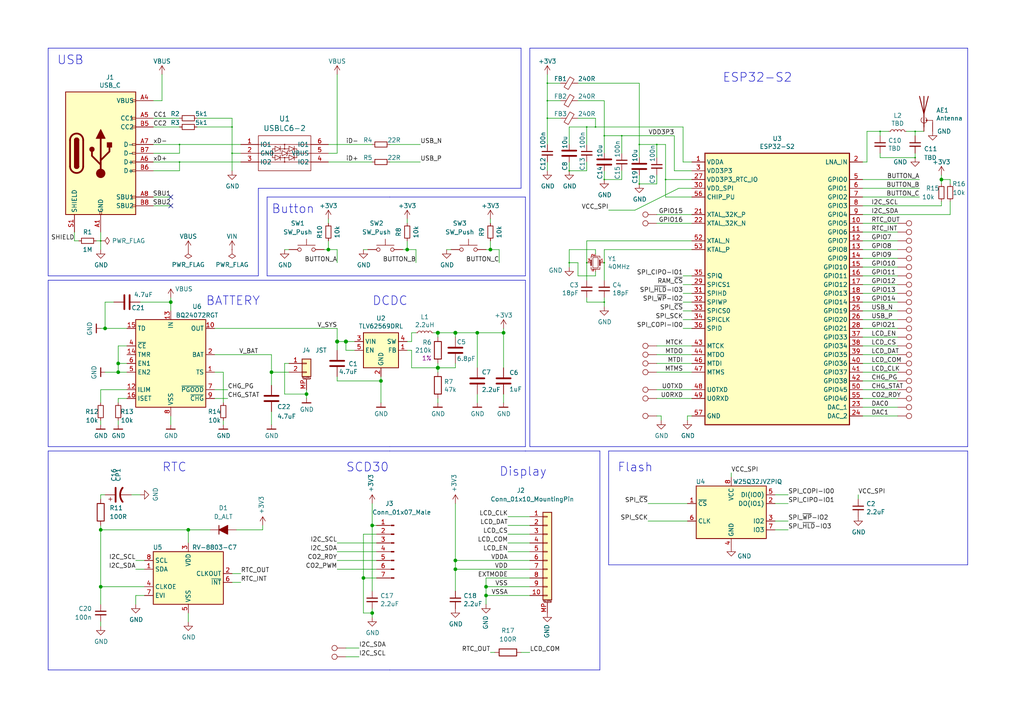
<source format=kicad_sch>
(kicad_sch (version 20201015) (generator eeschema)
  (paper "A4")
  (title_block (title "ESP32s2 CO2 Monitor") (date "2020-12-26") (rev "r1.0") (company "GsD - @gregdavill"))
  (bus_alias "GPDI" (members "CK_N" "CK_P" "D0_N" "D0_P" "D1_N" "D1_P" "D2_N" "D2_P"))
  (junction (at 29.21 69.85) (diameter 0.3048))
  (junction (at 29.21 153.67) (diameter 0.9144))
  (junction (at 29.21 170.18) (diameter 0.9144))
  (junction (at 30.48 95.25) (diameter 0.9144))
  (junction (at 34.29 105.41) (diameter 0.9144))
  (junction (at 34.29 107.95) (diameter 0.9144))
  (junction (at 49.53 87.63) (diameter 0.9144))
  (junction (at 52.07 41.91) (diameter 0.3048))
  (junction (at 52.07 46.99) (diameter 0.3048))
  (junction (at 54.61 153.67) (diameter 0.9144))
  (junction (at 67.31 36.83) (diameter 0.3048))
  (junction (at 67.31 44.45) (diameter 0.3048))
  (junction (at 78.74 107.95) (diameter 0.9144))
  (junction (at 88.9 114.3) (diameter 0.9144))
  (junction (at 95.25 72.39) (diameter 0.9144))
  (junction (at 97.79 99.06) (diameter 1.016))
  (junction (at 100.33 99.06) (diameter 1.016))
  (junction (at 105.41 167.64) (diameter 0.9144))
  (junction (at 107.95 152.4) (diameter 0.9144))
  (junction (at 107.95 177.8) (diameter 0.9144))
  (junction (at 110.49 110.49) (diameter 0.9144))
  (junction (at 118.11 72.39) (diameter 0.9144))
  (junction (at 127 96.52) (diameter 1))
  (junction (at 127 106.68) (diameter 1.016))
  (junction (at 132.08 96.52) (diameter 1))
  (junction (at 132.08 162.56) (diameter 0.9144))
  (junction (at 132.08 165.1) (diameter 0.9144))
  (junction (at 138.43 96.52) (diameter 0.9144))
  (junction (at 140.97 170.18) (diameter 0.9144))
  (junction (at 140.97 172.72) (diameter 0.9144))
  (junction (at 142.24 72.39) (diameter 0.9144))
  (junction (at 146.05 96.52) (diameter 0.9144))
  (junction (at 158.75 24.13) (diameter 0.3048))
  (junction (at 158.75 29.21) (diameter 0.3048))
  (junction (at 158.75 34.29) (diameter 0.3048))
  (junction (at 165.1 49.53) (diameter 0.3048))
  (junction (at 165.1 76.2) (diameter 0.3048))
  (junction (at 170.18 36.83) (diameter 0.3048))
  (junction (at 170.18 76.2) (diameter 0.3048))
  (junction (at 172.72 36.83) (diameter 0.3048))
  (junction (at 175.26 39.37) (diameter 0.3048))
  (junction (at 175.26 52.07) (diameter 0.3048))
  (junction (at 175.26 76.2) (diameter 0.3048))
  (junction (at 175.26 87.63) (diameter 0.3048))
  (junction (at 180.34 39.37) (diameter 0.3048))
  (junction (at 185.42 41.91) (diameter 0.3048))
  (junction (at 185.42 53.34) (diameter 0.3048))
  (junction (at 190.5 41.91) (diameter 0.3048))
  (junction (at 193.04 52.07) (diameter 0.3048))
  (junction (at 255.27 38.1) (diameter 0.3048))
  (junction (at 265.43 38.1) (diameter 0.3048))
  (junction (at 265.43 45.72) (diameter 0.3048))
  (junction (at 273.05 52.07) (diameter 0.9144))
  (no_connect (at 49.53 57.15))
  (no_connect (at 49.53 59.69))
  (wire (pts (xy 21.59 67.31) (xy 21.59 69.85)))
  (wire (pts (xy 21.59 69.85) (xy 22.86 69.85)))
  (wire (pts (xy 27.94 69.85) (xy 29.21 69.85)))
  (wire (pts (xy 29.21 69.85) (xy 29.21 67.31)))
  (wire (pts (xy 29.21 69.85) (xy 29.21 72.39)))
  (wire (pts (xy 29.21 95.25) (xy 30.48 95.25)))
  (wire (pts (xy 29.21 113.03) (xy 29.21 116.84)))
  (wire (pts (xy 29.21 121.92) (xy 29.21 123.19)))
  (wire (pts (xy 29.21 143.51) (xy 30.48 143.51)))
  (wire (pts (xy 29.21 144.78) (xy 29.21 143.51)))
  (wire (pts (xy 29.21 152.4) (xy 29.21 153.67)))
  (wire (pts (xy 29.21 153.67) (xy 29.21 170.18)))
  (wire (pts (xy 29.21 175.26) (xy 29.21 170.18)))
  (wire (pts (xy 29.21 180.34) (xy 29.21 181.61)))
  (wire (pts (xy 30.48 87.63) (xy 30.48 95.25)))
  (wire (pts (xy 30.48 95.25) (xy 36.83 95.25)))
  (wire (pts (xy 30.48 107.95) (xy 34.29 107.95)))
  (wire (pts (xy 33.02 87.63) (xy 30.48 87.63)))
  (wire (pts (xy 34.29 100.33) (xy 34.29 105.41)))
  (wire (pts (xy 34.29 105.41) (xy 34.29 107.95)))
  (wire (pts (xy 34.29 107.95) (xy 36.83 107.95)))
  (wire (pts (xy 34.29 115.57) (xy 34.29 116.84)))
  (wire (pts (xy 34.29 121.92) (xy 34.29 123.19)))
  (wire (pts (xy 36.83 100.33) (xy 34.29 100.33)))
  (wire (pts (xy 36.83 105.41) (xy 34.29 105.41)))
  (wire (pts (xy 36.83 113.03) (xy 29.21 113.03)))
  (wire (pts (xy 36.83 115.57) (xy 34.29 115.57)))
  (wire (pts (xy 38.1 143.51) (xy 40.64 143.51)))
  (wire (pts (xy 39.37 162.56) (xy 41.91 162.56)))
  (wire (pts (xy 39.37 165.1) (xy 41.91 165.1)))
  (wire (pts (xy 39.37 172.72) (xy 39.37 175.26)))
  (wire (pts (xy 40.64 87.63) (xy 49.53 87.63)))
  (wire (pts (xy 41.91 170.18) (xy 29.21 170.18)))
  (wire (pts (xy 41.91 172.72) (xy 39.37 172.72)))
  (wire (pts (xy 44.45 29.21) (xy 46.99 29.21)))
  (wire (pts (xy 44.45 34.29) (xy 52.07 34.29)))
  (wire (pts (xy 44.45 36.83) (xy 52.07 36.83)))
  (wire (pts (xy 44.45 41.91) (xy 52.07 41.91)))
  (wire (pts (xy 44.45 44.45) (xy 52.07 44.45)))
  (wire (pts (xy 44.45 46.99) (xy 52.07 46.99)))
  (wire (pts (xy 44.45 49.53) (xy 52.07 49.53)))
  (wire (pts (xy 44.45 57.15) (xy 49.53 57.15)))
  (wire (pts (xy 44.45 59.69) (xy 49.53 59.69)))
  (wire (pts (xy 46.99 29.21) (xy 46.99 21.59)))
  (wire (pts (xy 49.53 86.36) (xy 49.53 87.63)))
  (wire (pts (xy 49.53 87.63) (xy 49.53 90.17)))
  (wire (pts (xy 49.53 120.65) (xy 49.53 123.19)))
  (wire (pts (xy 52.07 41.91) (xy 69.85 41.91)))
  (wire (pts (xy 52.07 44.45) (xy 52.07 41.91)))
  (wire (pts (xy 52.07 46.99) (xy 69.85 46.99)))
  (wire (pts (xy 52.07 49.53) (xy 52.07 46.99)))
  (wire (pts (xy 54.61 153.67) (xy 29.21 153.67)))
  (wire (pts (xy 54.61 153.67) (xy 54.61 157.48)))
  (wire (pts (xy 54.61 177.8) (xy 54.61 180.34)))
  (wire (pts (xy 57.15 34.29) (xy 67.31 34.29)))
  (wire (pts (xy 57.15 36.83) (xy 67.31 36.83)))
  (wire (pts (xy 60.96 153.67) (xy 54.61 153.67)))
  (wire (pts (xy 62.23 95.25) (xy 97.79 95.25)))
  (wire (pts (xy 62.23 102.87) (xy 78.74 102.87)))
  (wire (pts (xy 62.23 113.03) (xy 66.04 113.03)))
  (wire (pts (xy 62.23 115.57) (xy 66.04 115.57)))
  (wire (pts (xy 64.77 107.95) (xy 62.23 107.95)))
  (wire (pts (xy 64.77 116.84) (xy 64.77 107.95)))
  (wire (pts (xy 64.77 121.92) (xy 64.77 123.19)))
  (wire (pts (xy 67.31 34.29) (xy 67.31 36.83)))
  (wire (pts (xy 67.31 36.83) (xy 67.31 44.45)))
  (wire (pts (xy 67.31 44.45) (xy 67.31 49.53)))
  (wire (pts (xy 67.31 166.37) (xy 69.85 166.37)))
  (wire (pts (xy 67.31 168.91) (xy 69.85 168.91)))
  (wire (pts (xy 68.58 153.67) (xy 76.2 153.67)))
  (wire (pts (xy 69.85 44.45) (xy 67.31 44.45)))
  (wire (pts (xy 76.2 153.67) (xy 76.2 152.4)))
  (wire (pts (xy 78.74 107.95) (xy 78.74 102.87)))
  (wire (pts (xy 78.74 107.95) (xy 78.74 111.76)))
  (wire (pts (xy 78.74 119.38) (xy 78.74 123.19)))
  (wire (pts (xy 82.55 105.41) (xy 82.55 114.3)))
  (wire (pts (xy 82.55 114.3) (xy 88.9 114.3)))
  (wire (pts (xy 83.82 72.39) (xy 82.55 72.39)))
  (wire (pts (xy 83.82 105.41) (xy 82.55 105.41)))
  (wire (pts (xy 83.82 107.95) (xy 78.74 107.95)))
  (wire (pts (xy 88.9 114.3) (xy 88.9 113.03)))
  (wire (pts (xy 88.9 115.57) (xy 88.9 114.3)))
  (wire (pts (xy 93.98 72.39) (xy 95.25 72.39)))
  (wire (pts (xy 95.25 41.91) (xy 107.95 41.91)))
  (wire (pts (xy 95.25 44.45) (xy 97.79 44.45)))
  (wire (pts (xy 95.25 46.99) (xy 107.95 46.99)))
  (wire (pts (xy 95.25 63.5) (xy 95.25 64.77)))
  (wire (pts (xy 95.25 72.39) (xy 95.25 69.85)))
  (wire (pts (xy 95.25 72.39) (xy 97.79 72.39)))
  (wire (pts (xy 97.79 44.45) (xy 97.79 21.59)))
  (wire (pts (xy 97.79 72.39) (xy 97.79 76.2)))
  (wire (pts (xy 97.79 95.25) (xy 97.79 99.06)))
  (wire (pts (xy 97.79 99.06) (xy 97.79 101.6)))
  (wire (pts (xy 97.79 99.06) (xy 100.33 99.06)))
  (wire (pts (xy 97.79 109.22) (xy 97.79 110.49)))
  (wire (pts (xy 97.79 110.49) (xy 110.49 110.49)))
  (wire (pts (xy 97.79 157.48) (xy 109.22 157.48)))
  (wire (pts (xy 97.79 160.02) (xy 109.22 160.02)))
  (wire (pts (xy 97.79 162.56) (xy 109.22 162.56)))
  (wire (pts (xy 97.79 165.1) (xy 109.22 165.1)))
  (wire (pts (xy 100.33 99.06) (xy 102.87 99.06)))
  (wire (pts (xy 100.33 101.6) (xy 100.33 99.06)))
  (wire (pts (xy 100.33 187.96) (xy 104.14 187.96)))
  (wire (pts (xy 100.33 190.5) (xy 104.14 190.5)))
  (wire (pts (xy 102.87 101.6) (xy 100.33 101.6)))
  (wire (pts (xy 105.41 154.94) (xy 105.41 167.64)))
  (wire (pts (xy 105.41 154.94) (xy 109.22 154.94)))
  (wire (pts (xy 105.41 167.64) (xy 105.41 177.8)))
  (wire (pts (xy 105.41 167.64) (xy 109.22 167.64)))
  (wire (pts (xy 105.41 177.8) (xy 107.95 177.8)))
  (wire (pts (xy 106.68 72.39) (xy 105.41 72.39)))
  (wire (pts (xy 107.95 146.05) (xy 107.95 152.4)))
  (wire (pts (xy 107.95 152.4) (xy 107.95 171.45)))
  (wire (pts (xy 107.95 152.4) (xy 109.22 152.4)))
  (wire (pts (xy 107.95 177.8) (xy 107.95 176.53)))
  (wire (pts (xy 107.95 179.07) (xy 107.95 177.8)))
  (wire (pts (xy 110.49 109.22) (xy 110.49 110.49)))
  (wire (pts (xy 110.49 110.49) (xy 110.49 116.84)))
  (wire (pts (xy 113.03 41.91) (xy 121.92 41.91)))
  (wire (pts (xy 113.03 46.99) (xy 121.92 46.99)))
  (wire (pts (xy 116.84 72.39) (xy 118.11 72.39)))
  (wire (pts (xy 118.11 63.5) (xy 118.11 64.77)))
  (wire (pts (xy 118.11 72.39) (xy 118.11 69.85)))
  (wire (pts (xy 118.11 72.39) (xy 120.65 72.39)))
  (wire (pts (xy 119.38 96.52) (xy 119.38 99.06)))
  (wire (pts (xy 119.38 96.52) (xy 120.65 96.52)))
  (wire (pts (xy 119.38 99.06) (xy 118.11 99.06)))
  (wire (pts (xy 119.38 101.6) (xy 118.11 101.6)))
  (wire (pts (xy 119.38 106.68) (xy 119.38 101.6)))
  (wire (pts (xy 120.65 72.39) (xy 120.65 76.2)))
  (wire (pts (xy 125.73 96.52) (xy 127 96.52)))
  (wire (pts (xy 127 96.52) (xy 127 97.79)))
  (wire (pts (xy 127 96.52) (xy 132.08 96.52)))
  (wire (pts (xy 127 105.41) (xy 127 106.68)))
  (wire (pts (xy 127 106.68) (xy 119.38 106.68)))
  (wire (pts (xy 127 106.68) (xy 127 107.95)))
  (wire (pts (xy 127 115.57) (xy 127 116.84)))
  (wire (pts (xy 130.81 72.39) (xy 129.54 72.39)))
  (wire (pts (xy 132.08 96.52) (xy 132.08 97.79)))
  (wire (pts (xy 132.08 96.52) (xy 138.43 96.52)))
  (wire (pts (xy 132.08 105.41) (xy 132.08 106.68)))
  (wire (pts (xy 132.08 106.68) (xy 127 106.68)))
  (wire (pts (xy 132.08 146.05) (xy 132.08 162.56)))
  (wire (pts (xy 132.08 162.56) (xy 153.67 162.56)))
  (wire (pts (xy 132.08 165.1) (xy 132.08 162.56)))
  (wire (pts (xy 132.08 165.1) (xy 132.08 171.45)))
  (wire (pts (xy 132.08 165.1) (xy 153.67 165.1)))
  (wire (pts (xy 138.43 96.52) (xy 138.43 106.68)))
  (wire (pts (xy 138.43 96.52) (xy 146.05 96.52)))
  (wire (pts (xy 138.43 114.3) (xy 138.43 116.84)))
  (wire (pts (xy 140.97 72.39) (xy 142.24 72.39)))
  (wire (pts (xy 140.97 167.64) (xy 140.97 170.18)))
  (wire (pts (xy 140.97 170.18) (xy 140.97 172.72)))
  (wire (pts (xy 140.97 170.18) (xy 153.67 170.18)))
  (wire (pts (xy 140.97 172.72) (xy 140.97 175.26)))
  (wire (pts (xy 140.97 172.72) (xy 153.67 172.72)))
  (wire (pts (xy 142.24 63.5) (xy 142.24 64.77)))
  (wire (pts (xy 142.24 72.39) (xy 142.24 69.85)))
  (wire (pts (xy 142.24 72.39) (xy 144.78 72.39)))
  (wire (pts (xy 142.24 189.23) (xy 143.51 189.23)))
  (wire (pts (xy 144.78 72.39) (xy 144.78 76.2)))
  (wire (pts (xy 146.05 95.25) (xy 146.05 96.52)))
  (wire (pts (xy 146.05 96.52) (xy 146.05 106.68)))
  (wire (pts (xy 146.05 114.3) (xy 146.05 116.84)))
  (wire (pts (xy 147.32 149.86) (xy 153.67 149.86)))
  (wire (pts (xy 147.32 152.4) (xy 153.67 152.4)))
  (wire (pts (xy 147.32 154.94) (xy 153.67 154.94)))
  (wire (pts (xy 147.32 157.48) (xy 153.67 157.48)))
  (wire (pts (xy 147.32 160.02) (xy 153.67 160.02)))
  (wire (pts (xy 151.13 189.23) (xy 153.67 189.23)))
  (wire (pts (xy 153.67 167.64) (xy 140.97 167.64)))
  (wire (pts (xy 158.75 21.59) (xy 158.75 24.13)))
  (wire (pts (xy 158.75 24.13) (xy 158.75 29.21)))
  (wire (pts (xy 158.75 24.13) (xy 162.56 24.13)))
  (wire (pts (xy 158.75 29.21) (xy 158.75 34.29)))
  (wire (pts (xy 158.75 29.21) (xy 162.56 29.21)))
  (wire (pts (xy 158.75 34.29) (xy 158.75 41.91)))
  (wire (pts (xy 158.75 34.29) (xy 162.56 34.29)))
  (wire (pts (xy 158.75 49.53) (xy 158.75 46.99)))
  (wire (pts (xy 165.1 36.83) (xy 170.18 36.83)))
  (wire (pts (xy 165.1 41.91) (xy 165.1 36.83)))
  (wire (pts (xy 165.1 46.99) (xy 165.1 49.53)))
  (wire (pts (xy 165.1 49.53) (xy 170.18 49.53)))
  (wire (pts (xy 165.1 72.39) (xy 172.72 72.39)))
  (wire (pts (xy 165.1 76.2) (xy 165.1 72.39)))
  (wire (pts (xy 165.1 77.47) (xy 165.1 76.2)))
  (wire (pts (xy 167.64 24.13) (xy 185.42 24.13)))
  (wire (pts (xy 167.64 29.21) (xy 175.26 29.21)))
  (wire (pts (xy 167.64 34.29) (xy 172.72 34.29)))
  (wire (pts (xy 167.64 76.2) (xy 165.1 76.2)))
  (wire (pts (xy 167.64 80.01) (xy 167.64 76.2)))
  (wire (pts (xy 170.18 36.83) (xy 170.18 41.91)))
  (wire (pts (xy 170.18 36.83) (xy 172.72 36.83)))
  (wire (pts (xy 170.18 46.99) (xy 170.18 49.53)))
  (wire (pts (xy 170.18 69.85) (xy 200.66 69.85)))
  (wire (pts (xy 170.18 76.2) (xy 170.18 69.85)))
  (wire (pts (xy 170.18 81.28) (xy 170.18 76.2)))
  (wire (pts (xy 170.18 86.36) (xy 170.18 87.63)))
  (wire (pts (xy 170.18 87.63) (xy 175.26 87.63)))
  (wire (pts (xy 172.72 34.29) (xy 172.72 36.83)))
  (wire (pts (xy 172.72 72.39) (xy 172.72 73.66)))
  (wire (pts (xy 172.72 78.74) (xy 172.72 80.01)))
  (wire (pts (xy 172.72 80.01) (xy 167.64 80.01)))
  (wire (pts (xy 175.26 29.21) (xy 175.26 39.37)))
  (wire (pts (xy 175.26 39.37) (xy 180.34 39.37)))
  (wire (pts (xy 175.26 44.45) (xy 175.26 39.37)))
  (wire (pts (xy 175.26 49.53) (xy 175.26 52.07)))
  (wire (pts (xy 175.26 52.07) (xy 180.34 52.07)))
  (wire (pts (xy 175.26 72.39) (xy 175.26 76.2)))
  (wire (pts (xy 175.26 72.39) (xy 200.66 72.39)))
  (wire (pts (xy 175.26 81.28) (xy 175.26 76.2)))
  (wire (pts (xy 175.26 87.63) (xy 175.26 86.36)))
  (wire (pts (xy 175.26 87.63) (xy 175.26 88.9)))
  (wire (pts (xy 176.53 60.96) (xy 184.15 60.96)))
  (wire (pts (xy 180.34 39.37) (xy 180.34 44.45)))
  (wire (pts (xy 180.34 49.53) (xy 180.34 52.07)))
  (wire (pts (xy 184.15 60.96) (xy 196.85 54.61)))
  (wire (pts (xy 185.42 24.13) (xy 185.42 41.91)))
  (wire (pts (xy 185.42 41.91) (xy 190.5 41.91)))
  (wire (pts (xy 185.42 45.72) (xy 185.42 41.91)))
  (wire (pts (xy 185.42 50.8) (xy 185.42 53.34)))
  (wire (pts (xy 185.42 53.34) (xy 190.5 53.34)))
  (wire (pts (xy 187.96 146.05) (xy 199.39 146.05)))
  (wire (pts (xy 187.96 151.13) (xy 199.39 151.13)))
  (wire (pts (xy 190.5 41.91) (xy 190.5 45.72)))
  (wire (pts (xy 190.5 50.8) (xy 190.5 53.34)))
  (wire (pts (xy 190.5 100.33) (xy 200.66 100.33)))
  (wire (pts (xy 190.5 102.87) (xy 200.66 102.87)))
  (wire (pts (xy 190.5 105.41) (xy 200.66 105.41)))
  (wire (pts (xy 190.5 107.95) (xy 200.66 107.95)))
  (wire (pts (xy 190.5 113.03) (xy 200.66 113.03)))
  (wire (pts (xy 190.5 115.57) (xy 200.66 115.57)))
  (wire (pts (xy 190.5 120.65) (xy 191.77 120.65)))
  (wire (pts (xy 191.77 120.65) (xy 191.77 121.92)))
  (wire (pts (xy 193.04 41.91) (xy 190.5 41.91)))
  (wire (pts (xy 193.04 52.07) (xy 193.04 41.91)))
  (wire (pts (xy 193.04 57.15) (xy 193.04 52.07)))
  (wire (pts (xy 193.04 57.15) (xy 200.66 57.15)))
  (wire (pts (xy 195.58 39.37) (xy 180.34 39.37)))
  (wire (pts (xy 195.58 49.53) (xy 195.58 39.37)))
  (wire (pts (xy 195.58 49.53) (xy 200.66 49.53)))
  (wire (pts (xy 196.85 54.61) (xy 200.66 54.61)))
  (wire (pts (xy 198.12 36.83) (xy 172.72 36.83)))
  (wire (pts (xy 198.12 46.99) (xy 198.12 36.83)))
  (wire (pts (xy 199.39 120.65) (xy 200.66 120.65)))
  (wire (pts (xy 199.39 121.92) (xy 199.39 120.65)))
  (wire (pts (xy 200.66 46.99) (xy 198.12 46.99)))
  (wire (pts (xy 200.66 52.07) (xy 193.04 52.07)))
  (wire (pts (xy 200.66 62.23) (xy 190.5 62.23)))
  (wire (pts (xy 200.66 64.77) (xy 190.5 64.77)))
  (wire (pts (xy 200.66 80.01) (xy 198.12 80.01)))
  (wire (pts (xy 200.66 82.55) (xy 198.12 82.55)))
  (wire (pts (xy 200.66 85.09) (xy 198.12 85.09)))
  (wire (pts (xy 200.66 87.63) (xy 198.12 87.63)))
  (wire (pts (xy 200.66 90.17) (xy 198.12 90.17)))
  (wire (pts (xy 200.66 92.71) (xy 198.12 92.71)))
  (wire (pts (xy 200.66 95.25) (xy 198.12 95.25)))
  (wire (pts (xy 212.09 137.16) (xy 212.09 138.43)))
  (wire (pts (xy 224.79 143.51) (xy 228.6 143.51)))
  (wire (pts (xy 224.79 146.05) (xy 228.6 146.05)))
  (wire (pts (xy 224.79 151.13) (xy 228.6 151.13)))
  (wire (pts (xy 224.79 153.67) (xy 228.6 153.67)))
  (wire (pts (xy 248.92 143.51) (xy 248.92 144.78)))
  (wire (pts (xy 250.19 46.99) (xy 251.46 46.99)))
  (wire (pts (xy 250.19 52.07) (xy 266.7 52.07)))
  (wire (pts (xy 250.19 54.61) (xy 266.7 54.61)))
  (wire (pts (xy 250.19 57.15) (xy 266.7 57.15)))
  (wire (pts (xy 250.19 59.69) (xy 273.05 59.69)))
  (wire (pts (xy 250.19 62.23) (xy 275.59 62.23)))
  (wire (pts (xy 250.19 64.77) (xy 260.35 64.77)))
  (wire (pts (xy 250.19 67.31) (xy 260.35 67.31)))
  (wire (pts (xy 250.19 69.85) (xy 260.35 69.85)))
  (wire (pts (xy 250.19 72.39) (xy 260.35 72.39)))
  (wire (pts (xy 250.19 74.93) (xy 260.35 74.93)))
  (wire (pts (xy 250.19 77.47) (xy 260.35 77.47)))
  (wire (pts (xy 250.19 80.01) (xy 260.35 80.01)))
  (wire (pts (xy 250.19 82.55) (xy 260.35 82.55)))
  (wire (pts (xy 250.19 85.09) (xy 260.35 85.09)))
  (wire (pts (xy 250.19 87.63) (xy 260.35 87.63)))
  (wire (pts (xy 250.19 90.17) (xy 260.35 90.17)))
  (wire (pts (xy 250.19 92.71) (xy 260.35 92.71)))
  (wire (pts (xy 250.19 95.25) (xy 260.35 95.25)))
  (wire (pts (xy 250.19 97.79) (xy 260.35 97.79)))
  (wire (pts (xy 250.19 100.33) (xy 260.35 100.33)))
  (wire (pts (xy 250.19 102.87) (xy 260.35 102.87)))
  (wire (pts (xy 250.19 105.41) (xy 260.35 105.41)))
  (wire (pts (xy 250.19 107.95) (xy 260.35 107.95)))
  (wire (pts (xy 250.19 110.49) (xy 260.35 110.49)))
  (wire (pts (xy 250.19 113.03) (xy 260.35 113.03)))
  (wire (pts (xy 250.19 115.57) (xy 260.35 115.57)))
  (wire (pts (xy 250.19 118.11) (xy 260.35 118.11)))
  (wire (pts (xy 250.19 120.65) (xy 260.35 120.65)))
  (wire (pts (xy 251.46 38.1) (xy 255.27 38.1)))
  (wire (pts (xy 251.46 46.99) (xy 251.46 38.1)))
  (wire (pts (xy 255.27 38.1) (xy 257.81 38.1)))
  (wire (pts (xy 255.27 39.37) (xy 255.27 38.1)))
  (wire (pts (xy 255.27 44.45) (xy 255.27 45.72)))
  (wire (pts (xy 255.27 45.72) (xy 265.43 45.72)))
  (wire (pts (xy 262.89 38.1) (xy 265.43 38.1)))
  (wire (pts (xy 265.43 38.1) (xy 265.43 39.37)))
  (wire (pts (xy 265.43 38.1) (xy 267.97 38.1)))
  (wire (pts (xy 265.43 44.45) (xy 265.43 45.72)))
  (wire (pts (xy 273.05 50.8) (xy 273.05 52.07)))
  (wire (pts (xy 273.05 52.07) (xy 273.05 53.34)))
  (wire (pts (xy 273.05 52.07) (xy 275.59 52.07)))
  (wire (pts (xy 273.05 59.69) (xy 273.05 58.42)))
  (wire (pts (xy 275.59 52.07) (xy 275.59 53.34)))
  (wire (pts (xy 275.59 58.42) (xy 275.59 62.23)))
  (polyline (pts (xy 13.97 13.97) (xy 151.13 13.97)) (stroke (width 0) (type solid)))
  (polyline (pts (xy 13.97 80.01) (xy 13.97 13.97)) (stroke (width 0) (type solid)))
  (polyline (pts (xy 13.97 81.28) (xy 13.97 129.54)) (stroke (width 0) (type solid)))
  (polyline (pts (xy 13.97 81.28) (xy 152.4 81.28)) (stroke (width 0) (type solid)))
  (polyline (pts (xy 13.97 130.81) (xy 113.03 130.81)) (stroke (width 0.152) (type solid)))
  (polyline (pts (xy 13.97 194.31) (xy 13.97 130.81)) (stroke (width 0) (type solid)))
  (polyline (pts (xy 74.93 54.61) (xy 74.93 80.01)) (stroke (width 0) (type solid)))
  (polyline (pts (xy 74.93 80.01) (xy 13.97 80.01)) (stroke (width 0) (type solid)))
  (polyline (pts (xy 77.47 80.01) (xy 77.47 57.15)) (stroke (width 0) (type solid)))
  (polyline (pts (xy 77.47 80.01) (xy 152.4 80.01)) (stroke (width 0) (type solid)))
  (polyline (pts (xy 113.03 57.15) (xy 77.47 57.15)) (stroke (width 0) (type solid)))
  (polyline (pts (xy 113.03 129.54) (xy 13.97 129.54)) (stroke (width 0) (type solid)))
  (polyline (pts (xy 113.03 194.31) (xy 13.97 194.31)) (stroke (width 0) (type solid)))
  (polyline (pts (xy 113.03 194.31) (xy 173.99 194.31)) (stroke (width 0) (type solid)))
  (polyline (pts (xy 151.13 13.97) (xy 151.13 54.61)) (stroke (width 0) (type solid)))
  (polyline (pts (xy 151.13 54.61) (xy 74.93 54.61)) (stroke (width 0) (type solid)))
  (polyline (pts (xy 152.4 57.15) (xy 113.03 57.15)) (stroke (width 0) (type solid)))
  (polyline (pts (xy 152.4 80.01) (xy 152.4 57.15)) (stroke (width 0) (type solid)))
  (polyline (pts (xy 152.4 81.28) (xy 152.4 129.54)) (stroke (width 0) (type solid)))
  (polyline (pts (xy 152.4 129.54) (xy 113.03 129.54)) (stroke (width 0) (type solid)))
  (polyline (pts (xy 152.4 130.81) (xy 113.03 130.81)) (stroke (width 0) (type solid)))
  (polyline (pts (xy 152.4 130.81) (xy 152.4 130.81)) (stroke (width 0) (type solid)))
  (polyline (pts (xy 153.67 13.97) (xy 280.67 13.97)) (stroke (width 0) (type solid)))
  (polyline (pts (xy 153.67 129.54) (xy 153.67 13.97)) (stroke (width 0) (type solid)))
  (polyline (pts (xy 173.99 130.81) (xy 152.4 130.81)) (stroke (width 0) (type solid)))
  (polyline (pts (xy 173.99 194.31) (xy 173.99 130.81)) (stroke (width 0) (type solid)))
  (polyline (pts (xy 176.53 130.81) (xy 280.67 130.81)) (stroke (width 0) (type solid)))
  (polyline (pts (xy 176.53 163.83) (xy 176.53 130.81)) (stroke (width 0) (type solid)))
  (polyline (pts (xy 280.67 13.97) (xy 280.67 129.54)) (stroke (width 0) (type solid)))
  (polyline (pts (xy 280.67 129.54) (xy 153.67 129.54)) (stroke (width 0) (type solid)))
  (polyline (pts (xy 280.67 130.81) (xy 280.67 163.83)) (stroke (width 0) (type solid)))
  (polyline (pts (xy 280.67 163.83) (xy 176.53 163.83)) (stroke (width 0) (type solid)))
  (text "USB" (at 16.51 19.05 0) (effects (font (size 2.54 2.54)) (justify left bottom)))
  (text "RTC" (at 46.99 137.16 0) (effects (font (size 2.54 2.54)) (justify left bottom)))
  (text "BATTERY" (at 59.69 88.9 0) (effects (font (size 2.54 2.54)) (justify left bottom)))
  (text "Button" (at 78.74 62.23 0) (effects (font (size 2.54 2.54)) (justify left bottom)))
  (text "SCD30" (at 100.33 137.16 0) (effects (font (size 2.54 2.54)) (justify left bottom)))
  (text "DCDC" (at 107.95 88.9 0) (effects (font (size 2.54 2.54)) (justify left bottom)))
  (text "Display" (at 144.78 138.43 0) (effects (font (size 2.54 2.54)) (justify left bottom)))
  (text "Flash" (at 179.07 137.16 0) (effects (font (size 2.54 2.54)) (justify left bottom)))
  (text "ESP32-S2\n" (at 209.55 24.13 0) (effects (font (size 2.54 2.54)) (justify left bottom)))
  (label "SHIELD" (at 21.59 69.85 180))
  (label "I2C_SCL" (at 39.37 162.56 180))
  (label "I2C_SDA" (at 39.37 165.1 180))
  (label "CC1" (at 44.45 34.29 0))
  (label "CC2" (at 44.45 36.83 0))
  (label "xD-" (at 44.45 41.91 0))
  (label "xD+" (at 44.45 46.99 0))
  (label "SBU1" (at 49.53 57.15 180))
  (label "SBU2" (at 49.53 59.69 180))
  (label "CHG_PG" (at 66.04 113.03 0))
  (label "CHG_STAT" (at 66.04 115.57 0))
  (label "RTC_OUT" (at 69.85 166.37 0))
  (label "RTC_INT" (at 69.85 168.91 0))
  (label "V_BAT" (at 74.93 102.87 180))
  (label "BUTTON_A" (at 97.79 76.2 180))
  (label "V_SYS" (at 97.79 95.25 180))
  (label "I2C_SCL" (at 97.79 157.48 180))
  (label "I2C_SDA" (at 97.79 160.02 180))
  (label "CO2_RDY" (at 97.79 162.56 180))
  (label "CO2_PWM" (at 97.79 165.1 180))
  (label "iD-" (at 100.33 41.91 0))
  (label "iD+" (at 100.33 46.99 0))
  (label "I2C_SDA" (at 104.14 187.96 0))
  (label "I2C_SCL" (at 104.14 190.5 0))
  (label "BUTTON_B" (at 120.65 76.2 180))
  (label "USB_N" (at 121.92 41.91 0))
  (label "USB_P" (at 121.92 46.99 0))
  (label "RTC_OUT" (at 142.24 189.23 180))
  (label "BUTTON_C" (at 144.78 76.2 180))
  (label "LCD_CLK" (at 147.32 149.86 180))
  (label "LCD_DAT" (at 147.32 152.4 180))
  (label "LCD_CS" (at 147.32 154.94 180))
  (label "LCD_COM" (at 147.32 157.48 180))
  (label "LCD_EN" (at 147.32 160.02 180))
  (label "VDDA" (at 147.32 162.56 180))
  (label "VDD" (at 147.32 165.1 180))
  (label "EXTMODE" (at 147.32 167.64 180))
  (label "VSS" (at 147.32 170.18 180))
  (label "VSSA" (at 147.32 172.72 180))
  (label "LCD_COM" (at 153.67 189.23 0))
  (label "VCC_SPI" (at 176.53 60.96 180))
  (label "SPI_~CS" (at 187.96 146.05 180))
  (label "SPI_SCK" (at 187.96 151.13 180))
  (label "VDD3P3" (at 195.58 39.37 180))
  (label "GPIO15" (at 198.12 62.23 180))
  (label "GPIO16" (at 198.12 64.77 180))
  (label "SPI_CIPO-IO1" (at 198.12 80.01 180))
  (label "RAM_~CS" (at 198.12 82.55 180))
  (label "SPI_~HLD~-IO3" (at 198.12 85.09 180))
  (label "SPI_~WP~-IO2" (at 198.12 87.63 180))
  (label "SPI_~CS" (at 198.12 90.17 180))
  (label "SPI_SCK" (at 198.12 92.71 180))
  (label "SPI_COPI-IO0" (at 198.12 95.25 180))
  (label "MTCK" (at 198.12 100.33 180))
  (label "MTDO" (at 198.12 102.87 180))
  (label "MTDI" (at 198.12 105.41 180))
  (label "MTMS" (at 198.12 107.95 180))
  (label "U0TXD" (at 198.12 113.03 180))
  (label "U0RXD" (at 198.12 115.57 180))
  (label "VCC_SPI" (at 212.09 137.16 0))
  (label "SPI_COPI-IO0" (at 228.6 143.51 0))
  (label "SPI_CIPO-IO1" (at 228.6 146.05 0))
  (label "SPI_~WP~-IO2" (at 228.6 151.13 0))
  (label "SPI_~HLD~-IO3" (at 228.6 153.67 0))
  (label "VCC_SPI" (at 248.92 143.51 0))
  (label "I2C_SCL" (at 252.73 59.69 0))
  (label "I2C_SDA" (at 252.73 62.23 0))
  (label "RTC_OUT" (at 252.73 64.77 0))
  (label "RTC_INT" (at 252.73 67.31 0))
  (label "GPIO7" (at 252.73 69.85 0))
  (label "GPIO8" (at 252.73 72.39 0))
  (label "GPIO9" (at 252.73 74.93 0))
  (label "GPIO10" (at 252.73 77.47 0))
  (label "GPIO11" (at 252.73 80.01 0))
  (label "GPIO12" (at 252.73 82.55 0))
  (label "GPIO13" (at 252.73 85.09 0))
  (label "GPIO14" (at 252.73 87.63 0))
  (label "USB_N" (at 252.73 90.17 0))
  (label "USB_P" (at 252.73 92.71 0))
  (label "GPIO21" (at 252.73 95.25 0))
  (label "LCD_EN" (at 252.73 97.79 0))
  (label "LCD_CS" (at 252.73 100.33 0))
  (label "LCD_DAT" (at 252.73 102.87 0))
  (label "LCD_COM" (at 252.73 105.41 0))
  (label "LCD_CLK" (at 252.73 107.95 0))
  (label "CHG_PG" (at 252.73 110.49 0))
  (label "CHG_STAT" (at 252.73 113.03 0))
  (label "CO2_RDY" (at 252.73 115.57 0))
  (label "DAC0" (at 252.73 118.11 0))
  (label "DAC1" (at 252.73 120.65 0))
  (label "BUTTON_A" (at 266.7 52.07 180))
  (label "BUTTON_B" (at 266.7 54.61 180))
  (label "BUTTON_C" (at 266.7 57.15 180))
  (symbol (lib_id "Device:L_Small") (at 123.19 96.52 90) (unit 1)
    (property "Reference" "L1" (at 123.19 91.9288 90))
    (property "Value" "2.2uH" (at 123.19 94.2275 90))
    (property "Footprint" "Inductor_SMD:L_0805_2012Metric" (effects hide))
    (property "Mfg" "Sunltech Tech" (effects hide))
    (property "PN" "SLM20122R2MIT" (effects hide))
  )
  (symbol (lib_name "Device:L_Small_1") (lib_id "Device:L_Small") (at 260.35 38.1 90) (unit 1)
    (property "Reference" "L2" (at 260.35 33.5088 90))
    (property "Value" "TBD" (at 260.35 35.8075 90))
    (property "Footprint" "Inductor_SMD:L_0402_1005Metric" (effects hide))
  )
  (symbol (lib_id "power:PWR_FLAG") (at 29.21 69.85 270) (unit 1)
    (property "Reference" "#FLG0101" (effects hide))
    (property "Value" "PWR_FLAG" (at 32.4612 69.85 90) (effects (justify left)))
  )
  (symbol (lib_id "power:PWR_FLAG") (at 54.61 72.39 180) (unit 1)
    (property "Reference" "#FLG0102" (effects hide))
    (property "Value" "PWR_FLAG" (at 54.61 76.7842 0))
  )
  (symbol (lib_id "power:PWR_FLAG") (at 67.31 72.39 180) (unit 1)
    (property "Reference" "#FLG0103" (effects hide))
    (property "Value" "PWR_FLAG" (at 67.31 76.7842 0))
  )
  (symbol (lib_id "gkl_power:GND") (at 29.21 95.25 270) (unit 1)
    (property "Reference" "#PWR0126" (effects hide))
    (property "Value" "GND" (at 26.0096 95.3262 0))
  )
  (symbol (lib_id "gkl_power:GND") (at 29.21 123.19 0) (unit 1)
    (property "Reference" "#PWR0115" (effects hide))
    (property "Value" "GND" (at 29.2862 126.3904 0))
  )
  (symbol (lib_id "gkl_power:GND") (at 30.48 107.95 270) (unit 1)
    (property "Reference" "#PWR0127" (effects hide))
    (property "Value" "GND" (at 27.2796 108.0262 0))
  )
  (symbol (lib_id "gkl_power:GND") (at 34.29 123.19 0) (unit 1)
    (property "Reference" "#PWR0120" (effects hide))
    (property "Value" "GND" (at 34.3662 126.3904 0))
  )
  (symbol (lib_id "gkl_power:GND") (at 49.53 123.19 0) (unit 1)
    (property "Reference" "#PWR0121" (effects hide))
    (property "Value" "GND" (at 49.6062 126.3904 0))
  )
  (symbol (lib_id "gkl_power:GND") (at 64.77 123.19 0) (unit 1)
    (property "Reference" "#PWR0125" (effects hide))
    (property "Value" "GND" (at 64.8462 126.3904 0))
  )
  (symbol (lib_id "gkl_power:GND") (at 78.74 123.19 0) (unit 1)
    (property "Reference" "#PWR0114" (effects hide))
    (property "Value" "GND" (at 78.8162 126.3904 0))
  )
  (symbol (lib_id "gkl_power:GND") (at 88.9 115.57 0) (unit 1)
    (property "Reference" "#PWR0111" (effects hide))
    (property "Value" "GND" (at 88.9762 118.7704 0))
  )
  (symbol (lib_id "gkl_power:GND") (at 110.49 116.84 0) (unit 1)
    (property "Reference" "#PWR0112" (effects hide))
    (property "Value" "GND" (at 110.5662 120.0404 0))
  )
  (symbol (lib_id "gkl_power:GND") (at 127 116.84 0) (unit 1)
    (property "Reference" "#PWR0106" (effects hide))
    (property "Value" "GND" (at 127.0762 120.0404 0))
  )
  (symbol (lib_id "gkl_power:GND") (at 138.43 116.84 0) (unit 1)
    (property "Reference" "#PWR0134" (effects hide))
    (property "Value" "GND" (at 138.5062 120.0404 0))
  )
  (symbol (lib_id "gkl_power:GND") (at 146.05 116.84 0) (unit 1)
    (property "Reference" "#PWR0116" (effects hide))
    (property "Value" "GND" (at 146.1262 120.0404 0))
  )
  (symbol (lib_id "Connector:TestPoint") (at 100.33 187.96 90) (unit 1) (in_bom no)
    (property "Reference" "TP8" (effects hide))
    (property "Value" "TestPoint" (effects hide))
    (property "Footprint" "TestPoint:TestPoint_Pad_D1.5mm" (effects hide))
  )
  (symbol (lib_id "Connector:TestPoint") (at 100.33 190.5 90) (unit 1) (in_bom no)
    (property "Reference" "TP9" (effects hide))
    (property "Value" "TestPoint" (effects hide))
    (property "Footprint" "TestPoint:TestPoint_Pad_D1.5mm" (effects hide))
  )
  (symbol (lib_id "Connector:TestPoint") (at 190.5 62.23 90) (mirror x) (unit 1) (in_bom no)
    (property "Reference" "TP33" (effects hide))
    (property "Value" "TestPoint" (effects hide))
    (property "Footprint" "TestPoint:TestPoint_Pad_D1.5mm" (effects hide))
  )
  (symbol (lib_id "Connector:TestPoint") (at 190.5 64.77 90) (mirror x) (unit 1) (in_bom no)
    (property "Reference" "TP34" (effects hide))
    (property "Value" "TestPoint" (effects hide))
    (property "Footprint" "TestPoint:TestPoint_Pad_D1.5mm" (effects hide))
  )
  (symbol (lib_id "Connector:TestPoint") (at 190.5 100.33 90) (unit 1) (in_bom no)
    (property "Reference" "TP1" (effects hide))
    (property "Value" "TestPoint" (effects hide))
    (property "Footprint" "TestPoint:TestPoint_Pad_D1.5mm" (effects hide))
  )
  (symbol (lib_id "Connector:TestPoint") (at 190.5 102.87 90) (unit 1) (in_bom no)
    (property "Reference" "TP2" (effects hide))
    (property "Value" "TestPoint" (effects hide))
    (property "Footprint" "TestPoint:TestPoint_Pad_D1.5mm" (effects hide))
  )
  (symbol (lib_id "Connector:TestPoint") (at 190.5 105.41 90) (unit 1) (in_bom no)
    (property "Reference" "TP3" (effects hide))
    (property "Value" "TestPoint" (effects hide))
    (property "Footprint" "TestPoint:TestPoint_Pad_D1.5mm" (effects hide))
  )
  (symbol (lib_id "Connector:TestPoint") (at 190.5 107.95 90) (unit 1) (in_bom no)
    (property "Reference" "TP4" (effects hide))
    (property "Value" "TestPoint" (effects hide))
    (property "Footprint" "TestPoint:TestPoint_Pad_D1.5mm" (effects hide))
  )
  (symbol (lib_id "Connector:TestPoint") (at 190.5 113.03 90) (unit 1) (in_bom no)
    (property "Reference" "TP5" (effects hide))
    (property "Value" "TestPoint" (effects hide))
    (property "Footprint" "TestPoint:TestPoint_Pad_D1.5mm" (effects hide))
  )
  (symbol (lib_id "Connector:TestPoint") (at 190.5 115.57 90) (unit 1) (in_bom no)
    (property "Reference" "TP6" (effects hide))
    (property "Value" "TestPoint" (effects hide))
    (property "Footprint" "TestPoint:TestPoint_Pad_D1.5mm" (effects hide))
  )
  (symbol (lib_id "Connector:TestPoint") (at 190.5 120.65 90) (unit 1) (in_bom no)
    (property "Reference" "TP7" (effects hide))
    (property "Value" "TestPoint" (effects hide))
    (property "Footprint" "TestPoint:TestPoint_Pad_D1.5mm" (effects hide))
  )
  (symbol (lib_id "Connector:TestPoint") (at 260.35 64.77 270) (unit 1) (in_bom no)
    (property "Reference" "TP10" (effects hide))
    (property "Value" "TestPoint" (effects hide))
    (property "Footprint" "TestPoint:TestPoint_Pad_D1.5mm" (effects hide))
  )
  (symbol (lib_id "Connector:TestPoint") (at 260.35 67.31 270) (unit 1) (in_bom no)
    (property "Reference" "TP11" (effects hide))
    (property "Value" "TestPoint" (effects hide))
    (property "Footprint" "TestPoint:TestPoint_Pad_D1.5mm" (effects hide))
  )
  (symbol (lib_id "Connector:TestPoint") (at 260.35 69.85 270) (unit 1) (in_bom no)
    (property "Reference" "TP12" (effects hide))
    (property "Value" "TestPoint" (effects hide))
    (property "Footprint" "TestPoint:TestPoint_Pad_D1.5mm" (effects hide))
  )
  (symbol (lib_id "Connector:TestPoint") (at 260.35 72.39 270) (unit 1) (in_bom no)
    (property "Reference" "TP13" (effects hide))
    (property "Value" "TestPoint" (effects hide))
    (property "Footprint" "TestPoint:TestPoint_Pad_D1.5mm" (effects hide))
  )
  (symbol (lib_id "Connector:TestPoint") (at 260.35 74.93 270) (unit 1) (in_bom no)
    (property "Reference" "TP14" (effects hide))
    (property "Value" "TestPoint" (effects hide))
    (property "Footprint" "TestPoint:TestPoint_Pad_D1.5mm" (effects hide))
  )
  (symbol (lib_id "Connector:TestPoint") (at 260.35 77.47 270) (unit 1) (in_bom no)
    (property "Reference" "TP15" (effects hide))
    (property "Value" "TestPoint" (effects hide))
    (property "Footprint" "TestPoint:TestPoint_Pad_D1.5mm" (effects hide))
  )
  (symbol (lib_id "Connector:TestPoint") (at 260.35 80.01 270) (unit 1) (in_bom no)
    (property "Reference" "TP16" (effects hide))
    (property "Value" "TestPoint" (effects hide))
    (property "Footprint" "TestPoint:TestPoint_Pad_D1.5mm" (effects hide))
  )
  (symbol (lib_id "Connector:TestPoint") (at 260.35 82.55 270) (unit 1) (in_bom no)
    (property "Reference" "TP17" (effects hide))
    (property "Value" "TestPoint" (effects hide))
    (property "Footprint" "TestPoint:TestPoint_Pad_D1.5mm" (effects hide))
  )
  (symbol (lib_id "Connector:TestPoint") (at 260.35 85.09 270) (unit 1) (in_bom no)
    (property "Reference" "TP18" (effects hide))
    (property "Value" "TestPoint" (effects hide))
    (property "Footprint" "TestPoint:TestPoint_Pad_D1.5mm" (effects hide))
  )
  (symbol (lib_id "Connector:TestPoint") (at 260.35 87.63 270) (unit 1) (in_bom no)
    (property "Reference" "TP19" (effects hide))
    (property "Value" "TestPoint" (effects hide))
    (property "Footprint" "TestPoint:TestPoint_Pad_D1.5mm" (effects hide))
  )
  (symbol (lib_id "Connector:TestPoint") (at 260.35 90.17 270) (unit 1) (in_bom no)
    (property "Reference" "TP20" (effects hide))
    (property "Value" "TestPoint" (effects hide))
    (property "Footprint" "TestPoint:TestPoint_Pad_D1.5mm" (effects hide))
  )
  (symbol (lib_id "Connector:TestPoint") (at 260.35 92.71 270) (unit 1) (in_bom no)
    (property "Reference" "TP21" (effects hide))
    (property "Value" "TestPoint" (effects hide))
    (property "Footprint" "TestPoint:TestPoint_Pad_D1.5mm" (effects hide))
  )
  (symbol (lib_id "Connector:TestPoint") (at 260.35 95.25 270) (unit 1) (in_bom no)
    (property "Reference" "TP22" (effects hide))
    (property "Value" "TestPoint" (effects hide))
    (property "Footprint" "TestPoint:TestPoint_Pad_D1.5mm" (effects hide))
  )
  (symbol (lib_id "Connector:TestPoint") (at 260.35 97.79 270) (unit 1) (in_bom no)
    (property "Reference" "TP23" (effects hide))
    (property "Value" "TestPoint" (effects hide))
    (property "Footprint" "TestPoint:TestPoint_Pad_D1.5mm" (effects hide))
  )
  (symbol (lib_id "Connector:TestPoint") (at 260.35 100.33 270) (unit 1) (in_bom no)
    (property "Reference" "TP24" (effects hide))
    (property "Value" "TestPoint" (effects hide))
    (property "Footprint" "TestPoint:TestPoint_Pad_D1.5mm" (effects hide))
  )
  (symbol (lib_id "Connector:TestPoint") (at 260.35 102.87 270) (unit 1) (in_bom no)
    (property "Reference" "TP25" (effects hide))
    (property "Value" "TestPoint" (effects hide))
    (property "Footprint" "TestPoint:TestPoint_Pad_D1.5mm" (effects hide))
  )
  (symbol (lib_id "Connector:TestPoint") (at 260.35 105.41 270) (unit 1) (in_bom no)
    (property "Reference" "TP26" (effects hide))
    (property "Value" "TestPoint" (effects hide))
    (property "Footprint" "TestPoint:TestPoint_Pad_D1.5mm" (effects hide))
  )
  (symbol (lib_id "Connector:TestPoint") (at 260.35 107.95 270) (unit 1) (in_bom no)
    (property "Reference" "TP27" (effects hide))
    (property "Value" "TestPoint" (effects hide))
    (property "Footprint" "TestPoint:TestPoint_Pad_D1.5mm" (effects hide))
  )
  (symbol (lib_id "Connector:TestPoint") (at 260.35 110.49 270) (unit 1) (in_bom no)
    (property "Reference" "TP28" (effects hide))
    (property "Value" "TestPoint" (effects hide))
    (property "Footprint" "TestPoint:TestPoint_Pad_D1.5mm" (effects hide))
  )
  (symbol (lib_id "Connector:TestPoint") (at 260.35 113.03 270) (unit 1) (in_bom no)
    (property "Reference" "TP29" (effects hide))
    (property "Value" "TestPoint" (effects hide))
    (property "Footprint" "TestPoint:TestPoint_Pad_D1.5mm" (effects hide))
  )
  (symbol (lib_id "Connector:TestPoint") (at 260.35 115.57 270) (unit 1) (in_bom no)
    (property "Reference" "TP30" (effects hide))
    (property "Value" "TestPoint" (effects hide))
    (property "Footprint" "TestPoint:TestPoint_Pad_D1.5mm" (effects hide))
  )
  (symbol (lib_id "Connector:TestPoint") (at 260.35 118.11 270) (unit 1) (in_bom no)
    (property "Reference" "TP31" (effects hide))
    (property "Value" "TestPoint" (effects hide))
    (property "Footprint" "TestPoint:TestPoint_Pad_D1.5mm" (effects hide))
  )
  (symbol (lib_id "Connector:TestPoint") (at 260.35 120.65 270) (unit 1) (in_bom no)
    (property "Reference" "TP32" (effects hide))
    (property "Value" "TestPoint" (effects hide))
    (property "Footprint" "TestPoint:TestPoint_Pad_D1.5mm" (effects hide))
  )
  (symbol (lib_id "power:VBUS") (at 46.99 21.59 0) (unit 1)
    (property "Reference" "#PWR0104" (effects hide))
    (property "Value" "VBUS" (at 46.99 17.78 0))
  )
  (symbol (lib_id "power:VBUS") (at 49.53 86.36 0) (unit 1)
    (property "Reference" "#PWR0128" (effects hide))
    (property "Value" "VBUS" (at 53.34 83.82 0))
  )
  (symbol (lib_id "power:VBUS") (at 54.61 72.39 0) (unit 1)
    (property "Reference" "#PWR0122" (effects hide))
    (property "Value" "VBUS" (at 54.61 68.58 0))
  )
  (symbol (lib_id "icebreaker-bitsy-rescue:VIN-pkl_power") (at 67.31 72.39 0) (unit 1)
    (property "Reference" "#PWR0123" (effects hide))
    (property "Value" "VIN" (at 67.31 68.58 0))
  )
  (symbol (lib_id "power:+3V3") (at 76.2 152.4 0) (mirror y) (unit 1)
    (property "Reference" "#PWR09" (effects hide))
    (property "Value" "+3V3" (at 75.819 149.1488 90) (effects (justify left)))
  )
  (symbol (lib_id "power:+3V3") (at 95.25 63.5 0) (unit 1)
    (property "Reference" "#PWR0139" (effects hide))
    (property "Value" "+3V3" (at 95.25 59.69 0))
  )
  (symbol (lib_id "power:VBUS") (at 97.79 21.59 0) (unit 1)
    (property "Reference" "#PWR0105" (effects hide))
    (property "Value" "VBUS" (at 97.79 17.78 0))
  )
  (symbol (lib_id "power:+3V3") (at 107.95 146.05 0) (mirror y) (unit 1)
    (property "Reference" "#PWR08" (effects hide))
    (property "Value" "+3V3" (at 107.569 142.7988 90) (effects (justify left)))
  )
  (symbol (lib_id "power:+3V3") (at 118.11 63.5 0) (unit 1)
    (property "Reference" "#PWR01" (effects hide))
    (property "Value" "+3V3" (at 118.11 59.69 0))
  )
  (symbol (lib_id "power:+3V3") (at 132.08 146.05 0) (mirror y) (unit 1)
    (property "Reference" "#PWR0108" (effects hide))
    (property "Value" "+3V3" (at 131.699 142.7988 90) (effects (justify left)))
  )
  (symbol (lib_id "power:+3V3") (at 142.24 63.5 0) (unit 1)
    (property "Reference" "#PWR02" (effects hide))
    (property "Value" "+3V3" (at 142.24 59.69 0))
  )
  (symbol (lib_id "power:+3V3") (at 146.05 95.25 0) (unit 1)
    (property "Reference" "#PWR0136" (effects hide))
    (property "Value" "+3V3" (at 146.05 91.44 0))
  )
  (symbol (lib_id "power:+3V3") (at 158.75 21.59 0) (unit 1)
    (property "Reference" "#PWR043" (effects hide))
    (property "Value" "+3V3" (at 158.75 17.78 0))
  )
  (symbol (lib_id "power:+3V3") (at 273.05 50.8 0) (unit 1)
    (property "Reference" "#PWR0129" (effects hide))
    (property "Value" "+3V3" (at 273.05 46.99 0))
  )
  (symbol (lib_id "power:GND") (at 29.21 72.39 0) (unit 1)
    (property "Reference" "#PWR06" (effects hide))
    (property "Value" "GND" (at 29.337 76.8604 0))
  )
  (symbol (lib_id "power:GND") (at 29.21 181.61 0) (unit 1)
    (property "Reference" "#PWR014" (effects hide))
    (property "Value" "GND" (at 29.337 186.0804 0))
  )
  (symbol (lib_id "power:GND") (at 39.37 175.26 0) (unit 1)
    (property "Reference" "#PWR010" (effects hide))
    (property "Value" "GND" (at 39.497 179.7304 0))
  )
  (symbol (lib_id "power:GND") (at 40.64 143.51 90) (unit 1)
    (property "Reference" "#PWR07" (effects hide))
    (property "Value" "GND" (at 45.1104 143.383 0))
  )
  (symbol (lib_id "power:GND") (at 54.61 180.34 0) (unit 1)
    (property "Reference" "#PWR013" (effects hide))
    (property "Value" "GND" (at 54.737 184.8104 0))
  )
  (symbol (lib_id "power:GND") (at 67.31 49.53 0) (unit 1)
    (property "Reference" "#PWR0103" (effects hide))
    (property "Value" "GND" (at 67.437 54.0004 0))
  )
  (symbol (lib_id "power:GND") (at 82.55 72.39 0) (unit 1)
    (property "Reference" "#PWR0117" (effects hide))
    (property "Value" "GND" (at 82.677 76.8604 0))
  )
  (symbol (lib_id "power:GND") (at 105.41 72.39 0) (unit 1)
    (property "Reference" "#PWR03" (effects hide))
    (property "Value" "GND" (at 105.537 76.8604 0))
  )
  (symbol (lib_id "power:GND") (at 107.95 179.07 0) (unit 1)
    (property "Reference" "#PWR012" (effects hide))
    (property "Value" "GND" (at 108.077 183.5404 0))
  )
  (symbol (lib_id "power:GND") (at 129.54 72.39 0) (unit 1)
    (property "Reference" "#PWR04" (effects hide))
    (property "Value" "GND" (at 129.667 76.8604 0))
  )
  (symbol (lib_id "power:GND") (at 132.08 176.53 0) (unit 1)
    (property "Reference" "#PWR011" (effects hide))
    (property "Value" "GND" (at 132.207 181.0004 0))
  )
  (symbol (lib_id "power:GND") (at 140.97 175.26 0) (mirror y) (unit 1)
    (property "Reference" "#PWR0109" (effects hide))
    (property "Value" "GND" (at 140.843 178.5112 90) (effects (justify right)))
  )
  (symbol (lib_id "power:GND") (at 158.75 49.53 0) (unit 1)
    (property "Reference" "#PWR0118" (effects hide))
    (property "Value" "GND" (at 158.877 54.0004 0))
  )
  (symbol (lib_id "power:GND") (at 158.75 177.8 0) (mirror y) (unit 1)
    (property "Reference" "#PWR0110" (effects hide))
    (property "Value" "GND" (at 158.623 181.0512 90) (effects (justify right)))
  )
  (symbol (lib_id "power:GND") (at 165.1 49.53 0) (unit 1)
    (property "Reference" "#PWR0138" (effects hide))
    (property "Value" "GND" (at 165.227 54.0004 0))
  )
  (symbol (lib_id "power:GND") (at 165.1 77.47 0) (unit 1)
    (property "Reference" "#PWR0119" (effects hide))
    (property "Value" "GND" (at 163.195 78.4225 0) (effects (justify right)))
  )
  (symbol (lib_id "power:GND") (at 175.26 52.07 0) (unit 1)
    (property "Reference" "#PWR0137" (effects hide))
    (property "Value" "GND" (at 175.387 56.5404 0))
  )
  (symbol (lib_id "power:GND") (at 175.26 88.9 0) (unit 1)
    (property "Reference" "#PWR0101" (effects hide))
    (property "Value" "GND" (at 175.387 93.3704 0))
  )
  (symbol (lib_id "power:GND") (at 185.42 53.34 0) (unit 1)
    (property "Reference" "#PWR036" (effects hide))
    (property "Value" "GND" (at 185.547 57.8104 0))
  )
  (symbol (lib_id "power:GND") (at 191.77 121.92 0) (unit 1)
    (property "Reference" "#PWR05" (effects hide))
    (property "Value" "GND" (at 191.897 126.3904 0))
  )
  (symbol (lib_id "power:GND") (at 199.39 121.92 0) (unit 1)
    (property "Reference" "#PWR0107" (effects hide))
    (property "Value" "GND" (at 199.517 126.3904 0))
  )
  (symbol (lib_id "power:GND") (at 212.09 158.75 0) (unit 1)
    (property "Reference" "#PWR0132" (effects hide))
    (property "Value" "GND" (at 215.9 161.29 0))
  )
  (symbol (lib_id "power:GND") (at 248.92 149.86 0) (unit 1)
    (property "Reference" "#PWR0113" (effects hide))
    (property "Value" "GND" (at 249.047 154.3304 0))
  )
  (symbol (lib_id "power:GND") (at 265.43 45.72 0) (unit 1)
    (property "Reference" "#PWR0124" (effects hide))
    (property "Value" "GND" (at 259.08 46.99 0) (effects (justify left)))
  )
  (symbol (lib_id "power:GND") (at 270.51 38.1 0) (unit 1)
    (property "Reference" "#PWR0102" (effects hide))
    (property "Value" "GND" (at 271.78 38.1 0) (effects (justify left)))
  )
  (symbol (lib_id "icebreaker-bitsy-rescue:pkl_R_Small-pkl_device") (at 25.4 69.85 270) (unit 1)
    (property "Reference" "R1" (at 25.4 67.31 90))
    (property "Value" "1M" (at 25.4 72.39 90))
    (property "Footprint" "Resistor_SMD:R_0402_1005Metric" (effects hide))
    (property "Mfg" "Yageo" (effects hide))
    (property "PN" "RC0402FR-071ML" (effects hide))
  )
  (symbol (lib_id "icebreaker-bitsy-rescue:pkl_R_Small-pkl_device") (at 29.21 119.38 180) (unit 1)
    (property "Reference" "R12" (at 26.67 119.38 0))
    (property "Value" "10k" (at 26.67 121.92 0))
    (property "Footprint" "Resistor_SMD:R_0402_1005Metric" (effects hide))
    (property "Mfg" "Yageo" (effects hide))
    (property "PN" "RC0402FR-0710KL" (effects hide))
  )
  (symbol (lib_id "icebreaker-bitsy-rescue:pkl_R_Small-pkl_device") (at 34.29 119.38 180) (unit 1)
    (property "Reference" "R13" (at 36.83 119.38 0))
    (property "Value" "10k" (at 36.83 121.92 0))
    (property "Footprint" "Resistor_SMD:R_0402_1005Metric" (effects hide))
    (property "Mfg" "Yageo" (effects hide))
    (property "PN" "RC0402FR-0710KL" (effects hide))
  )
  (symbol (lib_id "icebreaker-bitsy-rescue:pkl_R_Small-pkl_device") (at 54.61 34.29 270) (unit 1)
    (property "Reference" "R2" (at 50.8 33.02 90))
    (property "Value" "5k1" (at 58.42 33.02 90))
    (property "Footprint" "Resistor_SMD:R_0402_1005Metric" (effects hide))
    (property "Mfg" "Yageo" (effects hide))
    (property "PN" "RC0402FR-075K1L" (effects hide))
  )
  (symbol (lib_id "icebreaker-bitsy-rescue:pkl_R_Small-pkl_device") (at 54.61 36.83 270) (unit 1)
    (property "Reference" "R3" (at 50.8 35.56 90))
    (property "Value" "5k1" (at 58.42 35.56 90))
    (property "Footprint" "Resistor_SMD:R_0402_1005Metric" (effects hide))
    (property "Mfg" "Yageo" (effects hide))
    (property "PN" "RC0402FR-075K1L" (effects hide))
  )
  (symbol (lib_id "icebreaker-bitsy-rescue:pkl_R_Small-pkl_device") (at 64.77 119.38 180) (unit 1)
    (property "Reference" "R14" (at 62.23 119.38 0))
    (property "Value" "10k" (at 62.23 121.92 0))
    (property "Footprint" "Resistor_SMD:R_0402_1005Metric" (effects hide))
    (property "Mfg" "Yageo" (effects hide))
    (property "PN" "RC0402FR-0710KL" (effects hide))
  )
  (symbol (lib_id "icebreaker-bitsy-rescue:pkl_R_Small-pkl_device") (at 95.25 67.31 180) (unit 1)
    (property "Reference" "R10" (at 92.71 67.31 90))
    (property "Value" "10k" (at 97.79 67.31 90))
    (property "Footprint" "Resistor_SMD:R_0402_1005Metric" (effects hide))
    (property "Mfg" "Yageo" (effects hide))
    (property "PN" "RC0402FR-0710KL" (effects hide))
  )
  (symbol (lib_id "icebreaker-bitsy-rescue:pkl_R_Small-pkl_device") (at 110.49 41.91 270) (unit 1)
    (property "Reference" "R4" (at 106.68 40.64 90))
    (property "Value" "22R" (at 114.3 40.64 90))
    (property "Footprint" "Resistor_SMD:R_0402_1005Metric" (effects hide))
    (property "Mfg" "Yageo" (effects hide))
    (property "PN" "RC0402FR-0722RL" (effects hide))
  )
  (symbol (lib_id "icebreaker-bitsy-rescue:pkl_R_Small-pkl_device") (at 110.49 46.99 270) (unit 1)
    (property "Reference" "R5" (at 106.68 45.72 90))
    (property "Value" "22R" (at 114.3 45.72 90))
    (property "Footprint" "Resistor_SMD:R_0402_1005Metric" (effects hide))
    (property "Mfg" "Yageo" (effects hide))
    (property "PN" "RC0402FR-0722RL" (effects hide))
  )
  (symbol (lib_id "icebreaker-bitsy-rescue:pkl_R_Small-pkl_device") (at 118.11 67.31 180) (unit 1)
    (property "Reference" "R8" (at 115.57 67.31 90))
    (property "Value" "10k" (at 120.65 67.31 90))
    (property "Footprint" "Resistor_SMD:R_0402_1005Metric" (effects hide))
    (property "Mfg" "Yageo" (effects hide))
    (property "PN" "RC0402FR-0710KL" (effects hide))
  )
  (symbol (lib_id "icebreaker-bitsy-rescue:pkl_R_Small-pkl_device") (at 142.24 67.31 180) (unit 1)
    (property "Reference" "R9" (at 139.7 67.31 90))
    (property "Value" "10k" (at 144.78 67.31 90))
    (property "Footprint" "Resistor_SMD:R_0402_1005Metric" (effects hide))
    (property "Mfg" "Yageo" (effects hide))
    (property "PN" "RC0402FR-0710KL" (effects hide))
  )
  (symbol (lib_id "icebreaker-bitsy-rescue:pkl_R_Small-pkl_device") (at 273.05 55.88 180) (unit 1)
    (property "Reference" "R15" (at 270.51 54.61 0))
    (property "Value" "10k" (at 269.24 57.15 0))
    (property "Footprint" "Resistor_SMD:R_0402_1005Metric" (effects hide))
    (property "Mfg" "Yageo" (effects hide))
    (property "PN" "RC0402FR-0710KL" (effects hide))
  )
  (symbol (lib_id "icebreaker-bitsy-rescue:pkl_R_Small-pkl_device") (at 275.59 55.88 180) (unit 1)
    (property "Reference" "R16" (at 278.13 53.34 0))
    (property "Value" "10k" (at 278.13 55.88 0))
    (property "Footprint" "Resistor_SMD:R_0402_1005Metric" (effects hide))
    (property "Mfg" "Yageo" (effects hide))
    (property "PN" "RC0402FR-0710KL" (effects hide))
  )
  (symbol (lib_id "Device:R") (at 29.21 148.59 0) (unit 1)
    (property "Reference" "R11" (at 31.75 147.32 0) (effects (justify left)))
    (property "Value" "100R" (at 31.75 149.86 0) (effects (justify left)))
    (property "Footprint" "Resistor_SMD:R_0402_1005Metric" (effects hide))
  )
  (symbol (lib_name "Device:R_3") (lib_id "Device:R") (at 127 101.6 180) (unit 1)
    (property "Reference" "R6" (at 125.222 99.3013 0) (effects (justify left)))
    (property "Value" "210k" (at 125.222 101.6 0) (effects (justify left)))
    (property "Footprint" "Resistor_SMD:R_0402_1005Metric" (effects hide))
    (property "PN" "RC0402FR-07210KL" (effects hide))
    (property "Mfg" "Yageo" (effects hide))
    (property "Tol" "1%" (at 125.222 103.8987 0) (effects (justify left)))
  )
  (symbol (lib_name "Device:R_4") (lib_id "Device:R") (at 127 111.76 180) (unit 1)
    (property "Reference" "R7" (at 128.7781 110.7313 0) (effects (justify right)))
    (property "Value" "47k" (at 128.7781 113.03 0) (effects (justify right)))
    (property "Footprint" "Resistor_SMD:R_0402_1005Metric" (effects hide))
    (property "PN" "RC0402FR-0747KL" (effects hide))
    (property "Mfg" "Yageo" (effects hide))
  )
  (symbol (lib_id "Device:R") (at 147.32 189.23 90) (unit 1)
    (property "Reference" "R17" (at 147.32 182.88 90))
    (property "Value" "100R" (at 147.32 185.42 90))
    (property "Footprint" "Resistor_SMD:R_0402_1005Metric" (effects hide))
  )
  (symbol (lib_id "icebreaker-bitsy-rescue:pkl_C_Small-pkl_device") (at 29.21 177.8 0) (mirror y) (unit 1)
    (property "Reference" "C20" (at 26.67 176.53 0) (effects (justify left)))
    (property "Value" "100n" (at 26.67 179.07 0) (effects (justify left)))
    (property "Footprint" "Capacitor_SMD:C_0402_1005Metric" (effects hide))
    (property "Mfg" "Yageo" (effects hide))
    (property "PN" "CC0402ZRY5V7BB104" (effects hide))
  )
  (symbol (lib_id "icebreaker-bitsy-rescue:pkl_C_Small-pkl_device") (at 107.95 173.99 0) (unit 1)
    (property "Reference" "C17" (at 110.2868 172.7962 0) (effects (justify left)))
    (property "Value" "2.2uF" (at 110.2868 175.1584 0) (effects (justify left)))
    (property "Footprint" "Capacitor_SMD:C_0402_1005Metric" (effects hide))
    (property "Mfg" "Yageo" (effects hide))
    (property "PN" "CC0402MRX5R5BB225" (effects hide))
  )
  (symbol (lib_id "icebreaker-bitsy-rescue:pkl_C_Small-pkl_device") (at 132.08 173.99 0) (unit 1)
    (property "Reference" "C18" (at 134.4168 172.7962 0) (effects (justify left)))
    (property "Value" "2.2uF" (at 134.4168 175.1584 0) (effects (justify left)))
    (property "Footprint" "Capacitor_SMD:C_0402_1005Metric" (effects hide))
    (property "Mfg" "Yageo" (effects hide))
    (property "PN" "CC0402MRX5R5BB225" (effects hide))
  )
  (symbol (lib_id "icebreaker-bitsy-rescue:pkl_C_Small-pkl_device") (at 158.75 44.45 0) (mirror y) (unit 1)
    (property "Reference" "C12" (at 157.48 49.53 90) (effects (justify left)))
    (property "Value" "100n" (at 157.48 43.18 90) (effects (justify left)))
    (property "Footprint" "Capacitor_SMD:C_0402_1005Metric" (effects hide))
    (property "Mfg" "Yageo" (effects hide))
    (property "PN" "CC0402ZRY5V7BB104" (effects hide))
  )
  (symbol (lib_id "icebreaker-bitsy-rescue:pkl_C_Small-pkl_device") (at 170.18 44.45 0) (mirror y) (unit 1)
    (property "Reference" "C13" (at 168.91 49.53 90) (effects (justify left)))
    (property "Value" "100n" (at 168.91 43.18 90) (effects (justify left)))
    (property "Footprint" "Capacitor_SMD:C_0402_1005Metric" (effects hide))
    (property "Mfg" "Yageo" (effects hide))
    (property "PN" "CC0402ZRY5V7BB104" (effects hide))
  )
  (symbol (lib_id "icebreaker-bitsy-rescue:pkl_C_Small-pkl_device") (at 170.18 83.82 0) (mirror x) (unit 1)
    (property "Reference" "C3" (at 167.8559 82.6706 0) (effects (justify right)))
    (property "Value" "18pF" (at 167.8559 84.9693 0) (effects (justify right)))
    (property "Footprint" "Capacitor_SMD:C_0402_1005Metric" (effects hide))
    (property "Mfg" "Yageo" (effects hide))
    (property "PN" "CC0402GRNPO9BN180" (effects hide))
  )
  (symbol (lib_id "icebreaker-bitsy-rescue:pkl_C_Small-pkl_device") (at 175.26 83.82 0) (mirror x) (unit 1)
    (property "Reference" "C4" (at 177.5842 82.6706 0) (effects (justify left)))
    (property "Value" "18pF" (at 177.5842 84.9693 0) (effects (justify left)))
    (property "Footprint" "Capacitor_SMD:C_0402_1005Metric" (effects hide))
    (property "Mfg" "Yageo" (effects hide))
    (property "PN" "CC0402GRNPO9BN180" (effects hide))
  )
  (symbol (lib_id "icebreaker-bitsy-rescue:pkl_C_Small-pkl_device") (at 180.34 46.99 0) (mirror y) (unit 1)
    (property "Reference" "C15" (at 179.07 52.07 90) (effects (justify left)))
    (property "Value" "100n" (at 179.07 45.72 90) (effects (justify left)))
    (property "Footprint" "Capacitor_SMD:C_0402_1005Metric" (effects hide))
    (property "Mfg" "Yageo" (effects hide))
    (property "PN" "CC0402ZRY5V7BB104" (effects hide))
  )
  (symbol (lib_id "icebreaker-bitsy-rescue:pkl_C_Small-pkl_device") (at 190.5 48.26 0) (mirror y) (unit 1)
    (property "Reference" "C9" (at 189.23 53.34 90) (effects (justify left)))
    (property "Value" "100n" (at 189.23 46.99 90) (effects (justify left)))
    (property "Footprint" "Capacitor_SMD:C_0402_1005Metric" (effects hide))
    (property "Mfg" "Yageo" (effects hide))
    (property "PN" "CC0402ZRY5V7BB104" (effects hide))
  )
  (symbol (lib_id "icebreaker-bitsy-rescue:pkl_C_Small-pkl_device") (at 248.92 147.32 0) (unit 1)
    (property "Reference" "C2" (at 251.2568 146.1262 0) (effects (justify left)))
    (property "Value" "2.2uF" (at 251.2568 148.4884 0) (effects (justify left)))
    (property "Footprint" "Capacitor_SMD:C_0402_1005Metric" (effects hide))
    (property "Mfg" "Yageo" (effects hide))
    (property "PN" "CC0402MRX5R5BB225" (effects hide))
  )
  (symbol (lib_id "icebreaker-bitsy-rescue:pkl_C_Small-pkl_device") (at 255.27 41.91 0) (mirror y) (unit 1)
    (property "Reference" "C10" (at 257.5942 40.7606 0) (effects (justify right)))
    (property "Value" "TBD" (at 257.5942 43.0593 0) (effects (justify right)))
    (property "Footprint" "Capacitor_SMD:C_0402_1005Metric" (effects hide))
    (property "Source" "ANY" (effects hide))
  )
  (symbol (lib_id "icebreaker-bitsy-rescue:pkl_C_Small-pkl_device") (at 265.43 41.91 0) (mirror y) (unit 1)
    (property "Reference" "C11" (at 267.97 43.18 0) (effects (justify right)))
    (property "Value" "TBD" (at 267.97 45.72 0) (effects (justify right)))
    (property "Footprint" "Capacitor_SMD:C_0402_1005Metric" (effects hide))
    (property "Source" "ANY" (effects hide))
  )
  (symbol (lib_id "Device:Ferrite_Bead_Small") (at 165.1 24.13 90) (unit 1)
    (property "Reference" "FB1" (at 162.56 22.86 90))
    (property "Value" "240R" (at 170.18 22.86 90))
    (property "Footprint" "Inductor_SMD:L_0402_1005Metric" (effects hide))
    (property "Mfg" "Murata Electronics" (effects hide))
    (property "PN" "BLM15BC241SN1D" (effects hide))
  )
  (symbol (lib_id "Device:Ferrite_Bead_Small") (at 165.1 29.21 90) (unit 1)
    (property "Reference" "FB2" (at 162.56 27.94 90))
    (property "Value" "240R" (at 170.18 27.94 90))
    (property "Footprint" "Inductor_SMD:L_0402_1005Metric" (effects hide))
    (property "Mfg" "Murata Electronics" (effects hide))
    (property "PN" "BLM15BC241SN1D" (effects hide))
  )
  (symbol (lib_id "Device:Ferrite_Bead_Small") (at 165.1 34.29 90) (unit 1)
    (property "Reference" "FB3" (at 162.56 33.02 90))
    (property "Value" "240R" (at 170.18 33.02 90))
    (property "Footprint" "Inductor_SMD:L_0402_1005Metric" (effects hide))
    (property "Mfg" "Murata Electronics" (effects hide))
    (property "PN" "BLM15BC241SN1D" (effects hide))
  )
  (symbol (lib_id "Device:D_ALT") (at 64.77 153.67 0) (unit 1)
    (property "Reference" "D1" (at 64.77 147.32 0))
    (property "Value" "D_ALT" (at 64.77 149.86 0))
    (property "Footprint" "Diode_SMD:D_SOD-523" (effects hide))
  )
  (symbol (lib_id "icebreaker-bitsy-rescue:pkl_C-pkl_device") (at 165.1 44.45 0) (mirror y) (unit 1)
    (property "Reference" "C8" (at 163.83 49.53 90) (effects (justify left)))
    (property "Value" "10u" (at 163.83 43.18 90) (effects (justify left)))
    (property "Footprint" "Capacitor_SMD:C_0603_1608Metric" (effects hide))
    (property "Mfg" "Yageo" (effects hide))
    (property "PN" "CC0603KRX5R5BB106" (effects hide))
  )
  (symbol (lib_id "icebreaker-bitsy-rescue:pkl_C-pkl_device") (at 175.26 46.99 0) (mirror y) (unit 1)
    (property "Reference" "C14" (at 173.99 52.07 90) (effects (justify left)))
    (property "Value" "10u" (at 173.99 45.72 90) (effects (justify left)))
    (property "Footprint" "Capacitor_SMD:C_0603_1608Metric" (effects hide))
    (property "Mfg" "Yageo" (effects hide))
    (property "PN" "CC0603KRX5R5BB106" (effects hide))
  )
  (symbol (lib_id "icebreaker-bitsy-rescue:pkl_C-pkl_device") (at 185.42 48.26 0) (mirror y) (unit 1)
    (property "Reference" "C19" (at 184.15 53.34 90) (effects (justify left)))
    (property "Value" "10u" (at 184.15 46.99 90) (effects (justify left)))
    (property "Footprint" "Capacitor_SMD:C_0603_1608Metric" (effects hide))
    (property "Mfg" "Yageo" (effects hide))
    (property "PN" "CC0603KRX5R5BB106" (effects hide))
  )
  (symbol (lib_id "Device:Crystal_GND24_Small") (at 172.72 76.2 180) (unit 1)
    (property "Reference" "Y1" (at 176.2761 75.0506 0) (effects (justify right)))
    (property "Value" "40MHz" (at 176.2761 77.3493 0) (effects (justify right)))
    (property "Footprint" "led-clock:Crystal_SMD_4Pin_2.0x1.6mm" (effects hide))
    (property "Mfg" "TKD" (effects hide))
    (property "PN" "SX20Y040000BC1T" (effects hide))
  )
  (symbol (lib_id "Device:CP1") (at 34.29 143.51 90) (unit 1)
    (property "Reference" "C16" (at 33.02 139.7 0) (effects (justify left)))
    (property "Value" "CP1" (at 34.29 139.7 0) (effects (justify left)))
    (property "Footprint" "Battery:BatteryHolder_Seiko_MS621F" (effects hide))
    (property "PN" "DCK-3R3E224U-E" (effects hide))
    (property "MFG" "Elna America" (effects hide))
  )
  (symbol (lib_id "Device:C") (at 36.83 87.63 90) (mirror x) (unit 1)
    (property "Reference" "C21" (at 42.037 89.281 90) (effects (justify left)))
    (property "Value" "4.7uF" (at 44.323 85.471 90) (effects (justify left)))
    (property "Footprint" "Capacitor_SMD:C_0402_1005Metric" (effects hide))
    (property "Mfg" "Yageo" (effects hide))
    (property "PN" "CC0402KRX5R6BB475" (effects hide))
  )
  (symbol (lib_id "Device:C") (at 78.74 115.57 0) (mirror x) (unit 1)
    (property "Reference" "C22" (at 80.391 117.983 0) (effects (justify left)))
    (property "Value" "4.7uF" (at 80.391 120.777 0) (effects (justify left)))
    (property "Footprint" "Capacitor_SMD:C_0402_1005Metric" (effects hide))
    (property "Mfg" "Yageo" (effects hide))
    (property "PN" "CC0402KRX5R6BB475" (effects hide))
  )
  (symbol (lib_id "Device:C") (at 97.79 105.41 0) (mirror y) (unit 1)
    (property "Reference" "C1" (at 103.759 105.537 0) (effects (justify left)))
    (property "Value" "4.7uF" (at 103.759 107.823 0) (effects (justify left)))
    (property "Footprint" "Capacitor_SMD:C_0402_1005Metric" (effects hide))
    (property "Mfg" "Yageo" (effects hide))
    (property "PN" "CC0402KRX5R6BB475" (effects hide))
  )
  (symbol (lib_id "Device:C") (at 132.08 101.6 0) (unit 1)
    (property "Reference" "C5" (at 132.4611 99.1806 0) (effects (justify left)))
    (property "Value" "6.8pF" (at 132.4611 104.0193 0) (effects (justify left)))
    (property "Footprint" "Capacitor_SMD:C_0402_1005Metric" (effects hide))
    (property "Mfg" "Yageo" (effects hide))
    (property "PN" "CC0402CRNPO9BN6R8" (effects hide))
  )
  (symbol (lib_name "Device:C_1") (lib_id "Device:C") (at 138.43 110.49 0) (unit 1)
    (property "Reference" "C7" (at 139.7 107.95 0) (effects (justify left)))
    (property "Value" "2.2uF" (at 139.7 113.03 0) (effects (justify left)))
    (property "Footprint" "Capacitor_SMD:C_0402_1005Metric" (effects hide))
    (property "Mfg" "Yageo" (effects hide))
    (property "PN" "CC0402MRX5R5BB225" (effects hide))
  )
  (symbol (lib_id "Device:C") (at 146.05 110.49 0) (mirror y) (unit 1)
    (property "Reference" "C6" (at 147.701 108.077 0) (effects (justify right)))
    (property "Value" "1uF" (at 147.701 112.903 0) (effects (justify right)))
    (property "Footprint" "Capacitor_SMD:C_0402_1005Metric" (effects hide))
    (property "Mfg" "Yageo" (effects hide))
    (property "PN" "CC0402KRX5R6BB105" (effects hide))
  )
  (symbol (lib_id "Switch:SW_Push") (at 88.9 72.39 0) (unit 1)
    (property "Reference" "SW1" (at 86.36 64.77 0))
    (property "Value" "SW_Push" (at 86.36 67.31 0))
    (property "Footprint" "Button_Switch_SMD:SW_SPST_PTS810" (effects hide))
  )
  (symbol (lib_id "Switch:SW_Push") (at 111.76 72.39 0) (unit 1)
    (property "Reference" "SW2" (at 109.22 64.77 0))
    (property "Value" "SW_Push" (at 109.22 67.31 0))
    (property "Footprint" "Button_Switch_SMD:SW_SPST_PTS810" (effects hide))
  )
  (symbol (lib_id "Switch:SW_Push") (at 135.89 72.39 0) (unit 1)
    (property "Reference" "SW3" (at 133.35 64.77 0))
    (property "Value" "SW_Push" (at 133.35 67.31 0))
    (property "Footprint" "Button_Switch_SMD:SW_SPST_PTS810" (effects hide))
  )
  (symbol (lib_id "Device:Antenna_Shield") (at 267.97 33.02 0) (unit 1)
    (property "Reference" "AE1" (at 271.5261 31.9976 0) (effects (justify left)))
    (property "Value" "Antenna" (at 271.5261 34.2963 0) (effects (justify left)))
    (property "Footprint" "RF_Antenna:Texas_SWRA117D_2.4GHz_Left" (effects hide))
    (property "Mfg" "Sunlord" (effects hide))
    (property "PN" "SLDA31-2R400G-S2TF" (effects hide))
  )
  (symbol (lib_id "Connector_Generic_MountingPin:Conn_01x02_MountingPin") (at 88.9 105.41 0) (unit 1)
    (property "Reference" "J4" (at 87.63 101.6 0) (effects (justify left)))
    (property "Value" "JST" (at 91.44 101.6 0) (effects (justify left)))
    (property "Footprint" "gsd-footprints:BM02B-GHS-TBT" (effects hide))
    (property "PN" "S2B-PH-SM4-TB(LF)(SN)" (effects hide))
    (property "Mfg" "JST Sales America Inc." (effects hide))
  )
  (symbol (lib_id "Connector:Conn_01x07_Male") (at 114.3 160.02 0) (mirror y) (unit 1)
    (property "Reference" "J3" (at 111.76 146.05 0) (effects (justify right)))
    (property "Value" "Conn_01x07_Male" (at 107.95 148.59 0) (effects (justify right)))
    (property "Footprint" "Connector_PinHeader_2.54mm:PinHeader_1x07_P2.54mm_Vertical" (effects hide))
  )
  (symbol (lib_id "Connector_Generic_MountingPin:Conn_01x10_MountingPin") (at 158.75 160.02 0) (unit 1)
    (property "Reference" "J2" (at 149.86 142.24 0) (effects (justify left)))
    (property "Value" "Conn_01x10_MountingPin" (at 142.24 144.78 0) (effects (justify left)))
    (property "Footprint" "gsd-footprints:Hirose_FH33-10S-0.5SH_1x10-1MP_P0.50mm_Horizontal" (effects hide))
  )
  (symbol (lib_id "Regulator_Switching:TLV62569DRL") (at 110.49 101.6 0) (unit 1)
    (property "Reference" "U2" (at 110.49 92.3098 0))
    (property "Value" "TLV62569DRL" (at 110.49 94.6085 0))
    (property "Footprint" "led-clock:SOT-666" (effects hide))
    (property "Datasheet" "http://www.ti.com/lit/ds/symlink/tlv62569.pdf" (effects hide))
    (property "Mfg" "Texas Instruments" (effects hide))
    (property "PN" "TLV62569DRLR" (effects hide))
  )
  (symbol (lib_id "icebreaker-bitsy-rescue:USBLC6-2-pkl_misc") (at 82.55 44.45 0) (unit 1)
    (property "Reference" "U1" (at 82.55 34.417 0) (effects (font (size 1.524 1.524))))
    (property "Value" "USBLC6-2" (at 82.55 37.211 0) (effects (font (size 1.524 1.524))))
    (property "Footprint" "led-clock:SOT-666" (effects hide))
    (property "Mfg" "STMicroelectronics" (effects hide))
    (property "PN" "USBLC6-2P6" (effects hide))
  )
  (symbol (lib_id "gsd-kicad:RV-8803-C7") (at 54.61 167.64 0) (unit 1)
    (property "Reference" "U5" (at 45.72 158.75 0))
    (property "Value" "RV-8803-C7" (at 62.23 158.75 0))
    (property "Footprint" "Package_SON:RTC_SMD_MicroCrystal_C3_2.5x3.7mm" (effects hide))
    (property "Datasheet" "https://www.microcrystal.com/fileadmin/Media/Products/RTC/Datasheet/RV-1805-C3.pdf" (effects hide))
  )
  (symbol (lib_id "Memory_Flash:W25Q32JVSS") (at 212.09 148.59 0) (unit 1)
    (property "Reference" "U4" (at 203.2 139.7 0))
    (property "Value" "W25Q32JVZPIQ" (at 219.71 139.7 0))
    (property "Footprint" "Package_SON:WSON-8-1EP_6x5mm_P1.27mm_EP3.4x4mm" (effects hide))
    (property "Datasheet" "http://www.winbond.com/resource-files/w25q32jv%20revg%2003272018%20plus.pdf" (effects hide))
    (property "Mfg" "Winbond Electronics" (effects hide))
    (property "PN" "W25Q32JVZPIQ" (effects hide))
  )
  (symbol (lib_id "Battery_Management:BQ24072RGT") (at 49.53 105.41 0) (unit 1)
    (property "Reference" "U6" (at 57.15 88.9 0))
    (property "Value" "BQ24072RGT" (at 57.15 91.44 0))
    (property "Footprint" "Package_DFN_QFN:VQFN-16-1EP_3x3mm_P0.5mm_EP1.6x1.6mm" (effects hide))
    (property "Datasheet" "http://www.ti.com/lit/ds/symlink/bq24072.pdf" (effects hide))
  )
  (symbol (lib_id "Connector:USB_C_Receptacle_USB2.0") (at 29.21 44.45 0) (unit 1)
    (property "Reference" "J1" (at 31.9278 22.4282 0))
    (property "Value" "USB_C" (at 31.9278 24.7396 0))
    (property "Footprint" "pkl_connectors:USB_C_Receptacle_HRO_TYPE-C-31-M-12" (effects hide))
    (property "Datasheet" "https://www.usb.org/sites/default/files/documents/usb_type-c.zip" (effects hide))
    (property "Mfg" "GCT" (effects hide))
    (property "PN" "USB4105-GF-A" (effects hide))
  )
  (symbol (lib_id "obsidian-boa:ESP32-S2") (at 224.79 81.28 0) (unit 1)
    (property "Reference" "U3" (at 225.425 40.2017 0))
    (property "Value" "ESP32-S2" (at 225.425 42.5004 0))
    (property "Footprint" "Package_DFN_QFN:QFN-56-1EP_7x7mm_P0.4mm_EP5.6x5.6mm" (effects hide))
    (property "Mfg" "Espressif Systems" (effects hide))
    (property "PN" "ESP32-S2" (effects hide))
  )
)
</source>
